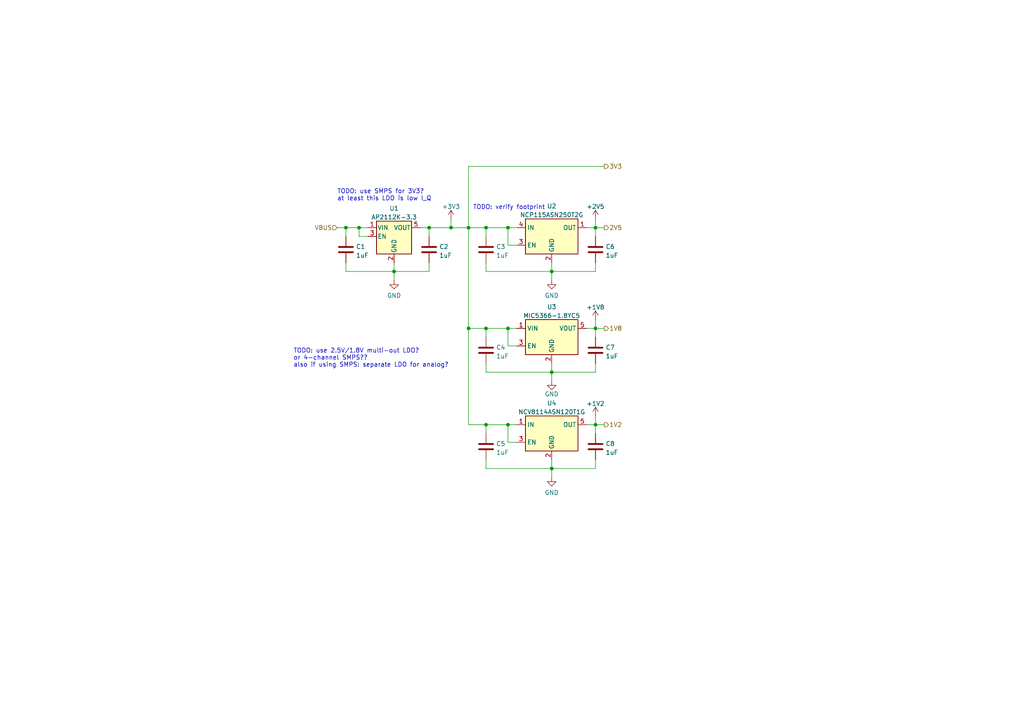
<source format=kicad_sch>
(kicad_sch (version 20211123) (generator eeschema)
  (paper "A4")
  (lib_symbols
    (symbol "Device:C" (pin_numbers hide) (pin_names (offset 0.254))
      (property "Reference" "C" (at 0.635 2.54 0))
      (property "Value" "C" (at 0.635 -2.54 0))
      (symbol "C_0_1"
        (polyline (pts (xy -2.032 -0.762) (xy 2.032 -0.762)) (stroke (width 0.508)))
        (polyline (pts (xy -2.032 0.762) (xy 2.032 0.762)) (stroke (width 0.508)))
      )
      (symbol "C_1_1"
        (pin passive line (at 0 3.81 270) (length 2.794) (name "~") (number "1"))
        (pin passive line (at 0 -3.81 90) (length 2.794) (name "~") (number "2"))
      )
    )
    (symbol "Regulator_Linear:AP2112K-3.3" (pin_names (offset 0.254))
      (property "Reference" "U" (at -5.08 5.715 0))
      (property "Value" "AP2112K-3.3" (at 0 5.715 0))
      (symbol "AP2112K-3.3_0_1"
        (rectangle (start -5.08 4.445) (end 5.08 -5.08) (stroke (width 0.254)) (fill (type background)))
      )
      (symbol "AP2112K-3.3_1_1"
        (pin power_in line (at -7.62 2.54 0) (length 2.54) (name "VIN") (number "1"))
        (pin power_in line (at 0 -7.62 90) (length 2.54) (name "GND") (number "2"))
        (pin input line (at -7.62 0 0) (length 2.54) (name "EN") (number "3"))
        (pin no_connect line (at 5.08 0 180) (length 2.54) hide (name "NC") (number "4"))
        (pin power_out line (at 7.62 2.54 180) (length 2.54) (name "VOUT") (number "5"))
      )
    )
    (symbol "Regulator_Linear:MIC5365-3.3YC5"
      (property "Reference" "U" (at -6.35 6.35 0))
      (property "Value" "MIC5365-3.3YC5" (at 0 6.35 0))
      (symbol "MIC5365-3.3YC5_0_1"
        (rectangle (start -7.62 -5.08) (end 7.62 5.08) (stroke (width 0.254)) (fill (type background)))
      )
      (symbol "MIC5365-3.3YC5_1_1"
        (pin power_in line (at -10.16 2.54 0) (length 2.54) (name "VIN") (number "1"))
        (pin power_in line (at 0 -7.62 90) (length 2.54) (name "GND") (number "2"))
        (pin input line (at -10.16 -2.54 0) (length 2.54) (name "EN") (number "3"))
        (pin no_connect line (at 7.62 -2.54 180) (length 2.54) hide (name "NC") (number "4"))
        (pin power_out line (at 10.16 2.54 180) (length 2.54) (name "VOUT") (number "5"))
      )
    )
    (symbol "Regulator_Linear:NCP115AMX250TCG"
      (property "Reference" "U" (at 2.54 10.16 0))
      (property "Value" "NCP115AMX250TCG" (at 10.16 7.62 0))
      (symbol "NCP115AMX250TCG_0_1"
        (rectangle (start -7.62 5.08) (end 7.62 -5.08) (stroke (width 0.254)) (fill (type background)))
      )
      (symbol "NCP115AMX250TCG_1_1"
        (pin power_out line (at 10.16 2.54 180) (length 2.54) (name "OUT") (number "1"))
        (pin power_in line (at 0 -7.62 90) (length 2.54) (name "GND") (number "2"))
        (pin input line (at -10.16 -2.54 0) (length 2.54) (name "EN") (number "3"))
        (pin power_in line (at -10.16 2.54 0) (length 2.54) (name "IN") (number "4"))
        (pin passive line (at 0 -7.62 90) (length 2.54) hide (name "GND") (number "5"))
      )
    )
    (symbol "Regulator_Linear:NCV8114ASN120T1G"
      (property "Reference" "U" (at 0 8.89 0))
      (property "Value" "NCV8114ASN120T1G" (at 0 6.35 0))
      (symbol "NCV8114ASN120T1G_0_1"
        (rectangle (start -7.62 5.08) (end 7.62 -5.08) (stroke (width 0.254)) (fill (type background)))
      )
      (symbol "NCV8114ASN120T1G_1_1"
        (pin power_in line (at -10.16 2.54 0) (length 2.54) (name "IN") (number "1"))
        (pin power_in line (at 0 -7.62 90) (length 2.54) (name "GND") (number "2"))
        (pin input line (at -10.16 -2.54 0) (length 2.54) (name "EN") (number "3"))
        (pin no_connect line (at 7.62 -2.54 180) (length 2.54) hide (name "NC") (number "4"))
        (pin power_out line (at 10.16 2.54 180) (length 2.54) (name "OUT") (number "5"))
      )
    )
    (symbol "power:+1V2" (power) (pin_names (offset 0))
      (property "Value" "+1V2" (at 0 3.556 0))
      (symbol "+1V2_0_1"
        (polyline (pts (xy -0.762 1.27) (xy 0 2.54)))
        (polyline (pts (xy 0 0) (xy 0 2.54)))
        (polyline (pts (xy 0 2.54) (xy 0.762 1.27)))
      )
      (symbol "+1V2_1_1"
        (pin power_in line (at 0 0 90) (length 0) hide (name "+1V2") (number "1"))
      )
    )
    (symbol "power:+1V8" (power) (pin_names (offset 0))
      (property "Value" "+1V8" (at 0 3.556 0))
      (symbol "+1V8_0_1"
        (polyline (pts (xy -0.762 1.27) (xy 0 2.54)))
        (polyline (pts (xy 0 0) (xy 0 2.54)))
        (polyline (pts (xy 0 2.54) (xy 0.762 1.27)))
      )
      (symbol "+1V8_1_1"
        (pin power_in line (at 0 0 90) (length 0) hide (name "+1V8") (number "1"))
      )
    )
    (symbol "power:+2V5" (power) (pin_names (offset 0))
      (property "Value" "+2V5" (at 0 3.556 0))
      (symbol "+2V5_0_1"
        (polyline (pts (xy -0.762 1.27) (xy 0 2.54)))
        (polyline (pts (xy 0 0) (xy 0 2.54)))
        (polyline (pts (xy 0 2.54) (xy 0.762 1.27)))
      )
      (symbol "+2V5_1_1"
        (pin power_in line (at 0 0 90) (length 0) hide (name "+2V5") (number "1"))
      )
    )
    (symbol "power:+3V3" (power) (pin_names (offset 0))
      (property "Value" "+3V3" (at 0 3.556 0))
      (symbol "+3V3_0_1"
        (polyline (pts (xy -0.762 1.27) (xy 0 2.54)))
        (polyline (pts (xy 0 0) (xy 0 2.54)))
        (polyline (pts (xy 0 2.54) (xy 0.762 1.27)))
      )
      (symbol "+3V3_1_1"
        (pin power_in line (at 0 0 90) (length 0) hide (name "+3V3") (number "1"))
      )
    )
    (symbol "power:GND" (power) (pin_names (offset 0))
      (property "Value" "GND" (at 0 -3.81 0))
      (symbol "GND_0_1"
        (polyline (pts (xy 0 0) (xy 0 -1.27) (xy 1.27 -1.27) (xy 0 -2.54) (xy -1.27 -1.27) (xy 0 -1.27)))
      )
      (symbol "GND_1_1"
        (pin power_in line (at 0 0 270) (length 0) hide (name "GND") (number "1"))
      )
    )
  )
  (junction (at 135.89 95.25))
  (junction (at 160.02 135.89))
  (junction (at 104.14 66.04))
  (junction (at 172.72 123.19))
  (junction (at 147.32 123.19))
  (junction (at 172.72 66.04))
  (junction (at 140.97 123.19))
  (junction (at 100.33 66.04))
  (junction (at 172.72 95.25))
  (junction (at 160.02 107.95))
  (junction (at 147.32 66.04))
  (junction (at 160.02 78.74))
  (junction (at 130.81 66.04))
  (junction (at 140.97 66.04))
  (junction (at 114.3 78.74))
  (junction (at 140.97 95.25))
  (junction (at 124.46 66.04))
  (junction (at 147.32 95.25))
  (junction (at 135.89 66.04))
  (wire (pts (xy 172.72 66.04) (xy 175.26 66.04)))
  (wire (pts (xy 104.14 66.04) (xy 106.68 66.04)))
  (wire (pts (xy 172.72 123.19) (xy 172.72 125.73)))
  (wire (pts (xy 149.86 71.12) (xy 147.32 71.12)))
  (wire (pts (xy 172.72 76.2) (xy 172.72 78.74)))
  (wire (pts (xy 100.33 78.74) (xy 114.3 78.74)))
  (wire (pts (xy 140.97 95.25) (xy 147.32 95.25)))
  (wire (pts (xy 147.32 66.04) (xy 149.86 66.04)))
  (wire (pts (xy 147.32 71.12) (xy 147.32 66.04)))
  (wire (pts (xy 140.97 66.04) (xy 140.97 68.58)))
  (wire (pts (xy 100.33 66.04) (xy 104.14 66.04)))
  (wire (pts (xy 100.33 66.04) (xy 100.33 68.58)))
  (wire (pts (xy 170.18 123.19) (xy 172.72 123.19)))
  (wire (pts (xy 172.72 107.95) (xy 160.02 107.95)))
  (wire (pts (xy 160.02 107.95) (xy 160.02 110.49)))
  (wire (pts (xy 149.86 128.27) (xy 147.32 128.27)))
  (wire (pts (xy 124.46 66.04) (xy 130.81 66.04)))
  (wire (pts (xy 160.02 105.41) (xy 160.02 107.95)))
  (wire (pts (xy 140.97 78.74) (xy 160.02 78.74)))
  (wire (pts (xy 149.86 100.33) (xy 147.32 100.33)))
  (wire (pts (xy 147.32 123.19) (xy 149.86 123.19)))
  (wire (pts (xy 140.97 105.41) (xy 140.97 107.95)))
  (wire (pts (xy 135.89 123.19) (xy 140.97 123.19)))
  (wire (pts (xy 172.72 78.74) (xy 160.02 78.74)))
  (wire (pts (xy 135.89 66.04) (xy 140.97 66.04)))
  (wire (pts (xy 172.72 120.65) (xy 172.72 123.19)))
  (wire (pts (xy 172.72 135.89) (xy 160.02 135.89)))
  (wire (pts (xy 147.32 95.25) (xy 149.86 95.25)))
  (wire (pts (xy 160.02 78.74) (xy 160.02 76.2)))
  (wire (pts (xy 172.72 95.25) (xy 172.72 97.79)))
  (wire (pts (xy 140.97 123.19) (xy 140.97 125.73)))
  (wire (pts (xy 135.89 95.25) (xy 140.97 95.25)))
  (wire (pts (xy 97.79 66.04) (xy 100.33 66.04)))
  (wire (pts (xy 140.97 107.95) (xy 160.02 107.95)))
  (wire (pts (xy 172.72 92.71) (xy 172.72 95.25)))
  (wire (pts (xy 100.33 76.2) (xy 100.33 78.74)))
  (wire (pts (xy 135.89 48.26) (xy 135.89 66.04)))
  (wire (pts (xy 175.26 48.26) (xy 135.89 48.26)))
  (wire (pts (xy 140.97 123.19) (xy 147.32 123.19)))
  (wire (pts (xy 160.02 135.89) (xy 160.02 138.43)))
  (wire (pts (xy 114.3 76.2) (xy 114.3 78.74)))
  (wire (pts (xy 172.72 105.41) (xy 172.72 107.95)))
  (wire (pts (xy 172.72 63.5) (xy 172.72 66.04)))
  (wire (pts (xy 124.46 78.74) (xy 114.3 78.74)))
  (wire (pts (xy 124.46 76.2) (xy 124.46 78.74)))
  (wire (pts (xy 170.18 66.04) (xy 172.72 66.04)))
  (wire (pts (xy 172.72 123.19) (xy 175.26 123.19)))
  (wire (pts (xy 130.81 66.04) (xy 135.89 66.04)))
  (wire (pts (xy 172.72 95.25) (xy 175.26 95.25)))
  (wire (pts (xy 114.3 78.74) (xy 114.3 81.28)))
  (wire (pts (xy 147.32 100.33) (xy 147.32 95.25)))
  (wire (pts (xy 135.89 95.25) (xy 135.89 123.19)))
  (wire (pts (xy 160.02 133.35) (xy 160.02 135.89)))
  (wire (pts (xy 130.81 66.04) (xy 130.81 63.5)))
  (wire (pts (xy 160.02 78.74) (xy 160.02 81.28)))
  (wire (pts (xy 140.97 76.2) (xy 140.97 78.74)))
  (wire (pts (xy 124.46 66.04) (xy 124.46 68.58)))
  (wire (pts (xy 135.89 66.04) (xy 135.89 95.25)))
  (wire (pts (xy 140.97 133.35) (xy 140.97 135.89)))
  (wire (pts (xy 170.18 95.25) (xy 172.72 95.25)))
  (wire (pts (xy 104.14 68.58) (xy 104.14 66.04)))
  (wire (pts (xy 172.72 66.04) (xy 172.72 68.58)))
  (wire (pts (xy 147.32 128.27) (xy 147.32 123.19)))
  (wire (pts (xy 121.92 66.04) (xy 124.46 66.04)))
  (wire (pts (xy 140.97 66.04) (xy 147.32 66.04)))
  (wire (pts (xy 106.68 68.58) (xy 104.14 68.58)))
  (wire (pts (xy 140.97 95.25) (xy 140.97 97.79)))
  (wire (pts (xy 140.97 135.89) (xy 160.02 135.89)))
  (wire (pts (xy 172.72 133.35) (xy 172.72 135.89)))
  (text "TODO: use SMPS for 3V3?\nat least this LDO is low I_Q" (at 97.79 58.42 0) (effects (font (size 1.27 1.27)) (justify left bottom)))
  (text "TODO: verify footprint" (at 137.16 60.96 0) (effects (font (size 1.27 1.27)) (justify left bottom)))
  (text "TODO: use 2.5V/1.8V multi-out LDO?\nor 4-channel SMPS??\nalso if using SMPS: separate LDO for analog?" (at 85.09 106.68 0) (effects (font (size 1.27 1.27)) (justify left bottom)))
  (hierarchical_label "2V5" (shape output) (at 175.26 66.04 0))
  (hierarchical_label "1V8" (shape output) (at 175.26 95.25 0))
  (hierarchical_label "1V2" (shape output) (at 175.26 123.19 0))
  (hierarchical_label "VBUS" (shape input) (at 97.79 66.04 180))
  (hierarchical_label "3V3" (shape output) (at 175.26 48.26 0))
  (symbol (lib_id "Device:C") (at 172.72 72.39 0) (unit 1)
    (property "Reference" "C6" (at 175.641 71.5553 0) (effects (justify left)))
    (property "Value" "1uF" (at 175.641 74.0922 0) (effects (justify left)))
  )
  (symbol (lib_id "Device:C") (at 140.97 72.39 0) (unit 1)
    (property "Reference" "C3" (at 143.891 71.5553 0) (effects (justify left)))
    (property "Value" "1uF" (at 143.891 74.0922 0) (effects (justify left)))
  )
  (symbol (lib_id "power:+2V5") (at 172.72 63.5 0) (unit 1)
    (property "Reference" "#PWR0106" (effects hide))
    (property "Value" "+2V5" (at 172.72 59.9242 0))
  )
  (symbol (lib_id "Regulator_Linear:AP2112K-3.3") (at 114.3 68.58 0) (unit 1)
    (property "Reference" "U1" (at 114.3 60.4352 0))
    (property "Value" "AP2112K-3.3" (at 114.3 62.9721 0))
    (property "Footprint" "Package_TO_SOT_SMD:SOT-23-5" (effects hide))
    (property "Datasheet" "https://www.diodes.com/assets/Datasheets/AP2112.pdf" (effects hide))
  )
  (symbol (lib_id "Device:C") (at 140.97 129.54 0) (unit 1)
    (property "Reference" "C5" (at 143.891 128.7053 0) (effects (justify left)))
    (property "Value" "1uF" (at 143.891 131.2422 0) (effects (justify left)))
  )
  (symbol (lib_id "Device:C") (at 172.72 129.54 0) (unit 1)
    (property "Reference" "C8" (at 175.641 128.7053 0) (effects (justify left)))
    (property "Value" "1uF" (at 175.641 131.2422 0) (effects (justify left)))
  )
  (symbol (lib_id "Regulator_Linear:MIC5365-3.3YC5") (at 160.02 97.79 0) (unit 1)
    (property "Reference" "U3" (at 160.02 89.0102 0))
    (property "Value" "MIC5366-1.8YC5" (at 160.02 91.5471 0))
    (property "Footprint" "Package_TO_SOT_SMD:SOT-353_SC-70-5" (effects hide))
    (property "Datasheet" "http://ww1.microchip.com/downloads/en/DeviceDoc/mic5365.pdf" (effects hide))
  )
  (symbol (lib_id "Device:C") (at 172.72 101.6 0) (unit 1)
    (property "Reference" "C7" (at 175.641 100.7653 0) (effects (justify left)))
    (property "Value" "1uF" (at 175.641 103.3022 0) (effects (justify left)))
  )
  (symbol (lib_id "power:GND") (at 160.02 81.28 0) (unit 1)
    (property "Reference" "#PWR0108" (effects hide))
    (property "Value" "GND" (at 160.02 85.7234 0))
  )
  (symbol (lib_id "power:GND") (at 160.02 110.49 0) (unit 1)
    (property "Reference" "#PWR0103" (effects hide))
    (property "Value" "GND" (at 160.02 114.3 0))
  )
  (symbol (lib_id "power:+3V3") (at 130.81 63.5 0) (unit 1)
    (property "Reference" "#PWR0101" (effects hide))
    (property "Value" "+3V3" (at 130.81 59.9242 0))
  )
  (symbol (lib_id "power:GND") (at 160.02 138.43 0) (unit 1)
    (property "Reference" "#PWR0104" (effects hide))
    (property "Value" "GND" (at 160.02 142.8734 0))
  )
  (symbol (lib_id "Device:C") (at 124.46 72.39 0) (unit 1)
    (property "Reference" "C2" (at 127.381 71.5553 0) (effects (justify left)))
    (property "Value" "1uF" (at 127.381 74.0922 0) (effects (justify left)))
  )
  (symbol (lib_id "power:GND") (at 114.3 81.28 0) (unit 1)
    (property "Reference" "#PWR0102" (effects hide))
    (property "Value" "GND" (at 114.3 85.7234 0))
  )
  (symbol (lib_id "Regulator_Linear:NCV8114ASN120T1G") (at 160.02 125.73 0) (unit 1)
    (property "Reference" "U4" (at 160.02 116.9502 0))
    (property "Value" "NCV8114ASN120T1G" (at 160.02 119.4871 0))
    (property "Footprint" "Package_TO_SOT_SMD:TSOT-23-5" (effects hide))
    (property "Datasheet" "https://ru.mouser.com/datasheet/2/308/NCV8114-D-1107616.pdf" (effects hide))
  )
  (symbol (lib_id "Device:C") (at 100.33 72.39 0) (unit 1)
    (property "Reference" "C1" (at 103.251 71.5553 0) (effects (justify left)))
    (property "Value" "1uF" (at 103.251 74.0922 0) (effects (justify left)))
  )
  (symbol (lib_id "power:+1V8") (at 172.72 92.71 0) (unit 1)
    (property "Reference" "#PWR0107" (effects hide))
    (property "Value" "+1V8" (at 172.72 89.1342 0))
  )
  (symbol (lib_id "power:+1V2") (at 172.72 120.65 0) (unit 1)
    (property "Reference" "#PWR0105" (effects hide))
    (property "Value" "+1V2" (at 172.72 117.0742 0))
  )
  (symbol (lib_id "Device:C") (at 140.97 101.6 0) (unit 1)
    (property "Reference" "C4" (at 143.891 100.7653 0) (effects (justify left)))
    (property "Value" "1uF" (at 143.891 103.3022 0) (effects (justify left)))
  )
  (symbol (lib_id "Regulator_Linear:NCP115AMX250TCG") (at 160.02 68.58 0) (unit 1)
    (property "Reference" "U2" (at 160.02 59.8002 0))
    (property "Value" "NCP115ASN250T2G" (at 160.02 62.3371 0))
    (property "Footprint" "Package_TO_SOT_SMD:TSOT-23-5" (effects hide))
    (property "Datasheet" "https://www.onsemi.com/pub/Collateral/NCP115-D.PDF" (effects hide))
  )
)
</source>
